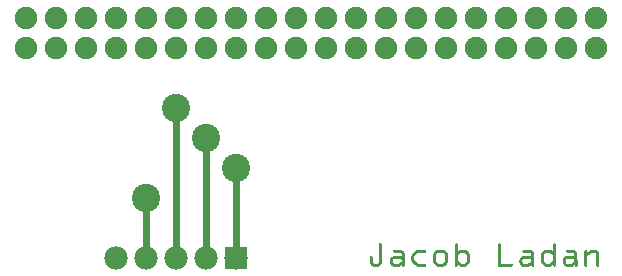
<source format=gtl>
G04 MADE WITH FRITZING*
G04 WWW.FRITZING.ORG*
G04 DOUBLE SIDED*
G04 HOLES PLATED*
G04 CONTOUR ON CENTER OF CONTOUR VECTOR*
%ASAXBY*%
%FSLAX23Y23*%
%MOIN*%
%OFA0B0*%
%SFA1.0B1.0*%
%ADD10C,0.094488*%
%ADD11C,0.078000*%
%ADD12C,0.075361*%
%ADD13R,0.078000X0.078000*%
%ADD14C,0.024000*%
%ADD15R,0.001000X0.001000*%
%LNCOPPER1*%
G90*
G70*
G54D10*
X890Y442D03*
X790Y542D03*
G54D11*
X890Y142D03*
X790Y142D03*
X690Y142D03*
X590Y142D03*
X490Y142D03*
G54D10*
X690Y642D03*
X590Y342D03*
G54D12*
X190Y842D03*
X290Y842D03*
X390Y842D03*
X490Y842D03*
X590Y842D03*
X690Y842D03*
X790Y842D03*
X890Y842D03*
X990Y842D03*
X1090Y842D03*
X1190Y842D03*
X1290Y842D03*
X1390Y842D03*
X1490Y842D03*
X1590Y842D03*
X1690Y842D03*
X1790Y842D03*
X1890Y842D03*
X1990Y842D03*
X2090Y842D03*
X2090Y942D03*
X1990Y942D03*
X1890Y942D03*
X1790Y942D03*
X1690Y942D03*
X1590Y942D03*
X1490Y942D03*
X1390Y942D03*
X1290Y942D03*
X1190Y942D03*
X1090Y942D03*
X990Y942D03*
X890Y942D03*
X790Y942D03*
X690Y942D03*
X590Y942D03*
X490Y942D03*
X390Y942D03*
X290Y942D03*
X190Y942D03*
G54D13*
X890Y142D03*
G54D14*
X590Y315D02*
X590Y172D01*
D02*
X690Y615D02*
X690Y172D01*
D02*
X790Y515D02*
X790Y172D01*
D02*
X890Y415D02*
X890Y172D01*
G54D15*
X1368Y189D02*
X1373Y189D01*
X1622Y189D02*
X1626Y189D01*
X1766Y189D02*
X1770Y189D01*
X1949Y189D02*
X1954Y189D01*
X1367Y188D02*
X1374Y188D01*
X1621Y188D02*
X1627Y188D01*
X1764Y188D02*
X1771Y188D01*
X1948Y188D02*
X1955Y188D01*
X1367Y187D02*
X1375Y187D01*
X1620Y187D02*
X1628Y187D01*
X1764Y187D02*
X1772Y187D01*
X1948Y187D02*
X1956Y187D01*
X1366Y186D02*
X1375Y186D01*
X1620Y186D02*
X1628Y186D01*
X1764Y186D02*
X1772Y186D01*
X1947Y186D02*
X1956Y186D01*
X1366Y185D02*
X1375Y185D01*
X1619Y185D02*
X1628Y185D01*
X1763Y185D02*
X1772Y185D01*
X1947Y185D02*
X1956Y185D01*
X1366Y184D02*
X1375Y184D01*
X1619Y184D02*
X1628Y184D01*
X1763Y184D02*
X1772Y184D01*
X1947Y184D02*
X1956Y184D01*
X1366Y183D02*
X1375Y183D01*
X1619Y183D02*
X1628Y183D01*
X1763Y183D02*
X1772Y183D01*
X1947Y183D02*
X1956Y183D01*
X1366Y182D02*
X1375Y182D01*
X1619Y182D02*
X1628Y182D01*
X1763Y182D02*
X1772Y182D01*
X1947Y182D02*
X1956Y182D01*
X1366Y181D02*
X1375Y181D01*
X1619Y181D02*
X1628Y181D01*
X1763Y181D02*
X1772Y181D01*
X1947Y181D02*
X1956Y181D01*
X1366Y180D02*
X1375Y180D01*
X1619Y180D02*
X1628Y180D01*
X1763Y180D02*
X1772Y180D01*
X1947Y180D02*
X1956Y180D01*
X1366Y179D02*
X1375Y179D01*
X1619Y179D02*
X1628Y179D01*
X1763Y179D02*
X1772Y179D01*
X1947Y179D02*
X1956Y179D01*
X1366Y178D02*
X1375Y178D01*
X1619Y178D02*
X1628Y178D01*
X1763Y178D02*
X1772Y178D01*
X1947Y178D02*
X1956Y178D01*
X1366Y177D02*
X1375Y177D01*
X1619Y177D02*
X1628Y177D01*
X1763Y177D02*
X1772Y177D01*
X1947Y177D02*
X1956Y177D01*
X1366Y176D02*
X1375Y176D01*
X1619Y176D02*
X1628Y176D01*
X1763Y176D02*
X1772Y176D01*
X1947Y176D02*
X1956Y176D01*
X1366Y175D02*
X1375Y175D01*
X1619Y175D02*
X1628Y175D01*
X1763Y175D02*
X1772Y175D01*
X1947Y175D02*
X1956Y175D01*
X1366Y174D02*
X1375Y174D01*
X1619Y174D02*
X1628Y174D01*
X1763Y174D02*
X1772Y174D01*
X1947Y174D02*
X1956Y174D01*
X1366Y173D02*
X1375Y173D01*
X1619Y173D02*
X1628Y173D01*
X1763Y173D02*
X1772Y173D01*
X1947Y173D02*
X1956Y173D01*
X1366Y172D02*
X1375Y172D01*
X1619Y172D02*
X1628Y172D01*
X1763Y172D02*
X1772Y172D01*
X1947Y172D02*
X1956Y172D01*
X1366Y171D02*
X1375Y171D01*
X1619Y171D02*
X1628Y171D01*
X1763Y171D02*
X1772Y171D01*
X1947Y171D02*
X1956Y171D01*
X1366Y170D02*
X1375Y170D01*
X1619Y170D02*
X1628Y170D01*
X1763Y170D02*
X1772Y170D01*
X1947Y170D02*
X1956Y170D01*
X1366Y169D02*
X1375Y169D01*
X1619Y169D02*
X1628Y169D01*
X1763Y169D02*
X1772Y169D01*
X1947Y169D02*
X1956Y169D01*
X1366Y168D02*
X1375Y168D01*
X1416Y168D02*
X1440Y168D01*
X1495Y168D02*
X1522Y168D01*
X1561Y168D02*
X1582Y168D01*
X1619Y168D02*
X1628Y168D01*
X1639Y168D02*
X1654Y168D01*
X1763Y168D02*
X1772Y168D01*
X1848Y168D02*
X1872Y168D01*
X1921Y168D02*
X1937Y168D01*
X1947Y168D02*
X1956Y168D01*
X1992Y168D02*
X2016Y168D01*
X2054Y168D02*
X2058Y168D01*
X2075Y168D02*
X2088Y168D01*
X1366Y167D02*
X1375Y167D01*
X1415Y167D02*
X1443Y167D01*
X1492Y167D02*
X1523Y167D01*
X1559Y167D02*
X1584Y167D01*
X1619Y167D02*
X1628Y167D01*
X1636Y167D02*
X1656Y167D01*
X1763Y167D02*
X1772Y167D01*
X1847Y167D02*
X1875Y167D01*
X1919Y167D02*
X1939Y167D01*
X1947Y167D02*
X1956Y167D01*
X1991Y167D02*
X2019Y167D01*
X2053Y167D02*
X2059Y167D01*
X2072Y167D02*
X2091Y167D01*
X1366Y166D02*
X1375Y166D01*
X1414Y166D02*
X1444Y166D01*
X1490Y166D02*
X1523Y166D01*
X1557Y166D02*
X1586Y166D01*
X1619Y166D02*
X1628Y166D01*
X1634Y166D02*
X1658Y166D01*
X1763Y166D02*
X1772Y166D01*
X1846Y166D02*
X1876Y166D01*
X1917Y166D02*
X1941Y166D01*
X1947Y166D02*
X1956Y166D01*
X1990Y166D02*
X2020Y166D01*
X2052Y166D02*
X2060Y166D01*
X2070Y166D02*
X2092Y166D01*
X1366Y165D02*
X1375Y165D01*
X1414Y165D02*
X1446Y165D01*
X1489Y165D02*
X1524Y165D01*
X1556Y165D02*
X1587Y165D01*
X1619Y165D02*
X1628Y165D01*
X1633Y165D02*
X1659Y165D01*
X1763Y165D02*
X1772Y165D01*
X1845Y165D02*
X1878Y165D01*
X1916Y165D02*
X1942Y165D01*
X1947Y165D02*
X1956Y165D01*
X1989Y165D02*
X2022Y165D01*
X2052Y165D02*
X2060Y165D01*
X2069Y165D02*
X2094Y165D01*
X1366Y164D02*
X1375Y164D01*
X1413Y164D02*
X1447Y164D01*
X1487Y164D02*
X1524Y164D01*
X1555Y164D02*
X1589Y164D01*
X1619Y164D02*
X1628Y164D01*
X1631Y164D02*
X1660Y164D01*
X1763Y164D02*
X1772Y164D01*
X1845Y164D02*
X1879Y164D01*
X1915Y164D02*
X1943Y164D01*
X1947Y164D02*
X1956Y164D01*
X1989Y164D02*
X2023Y164D01*
X2051Y164D02*
X2060Y164D01*
X2067Y164D02*
X2095Y164D01*
X1366Y163D02*
X1375Y163D01*
X1413Y163D02*
X1448Y163D01*
X1486Y163D02*
X1524Y163D01*
X1554Y163D02*
X1590Y163D01*
X1619Y163D02*
X1628Y163D01*
X1630Y163D02*
X1662Y163D01*
X1763Y163D02*
X1772Y163D01*
X1845Y163D02*
X1879Y163D01*
X1914Y163D02*
X1945Y163D01*
X1947Y163D02*
X1956Y163D01*
X1989Y163D02*
X2023Y163D01*
X2051Y163D02*
X2060Y163D01*
X2066Y163D02*
X2095Y163D01*
X1366Y162D02*
X1375Y162D01*
X1414Y162D02*
X1448Y162D01*
X1485Y162D02*
X1524Y162D01*
X1553Y162D02*
X1591Y162D01*
X1619Y162D02*
X1663Y162D01*
X1763Y162D02*
X1772Y162D01*
X1846Y162D02*
X1880Y162D01*
X1913Y162D02*
X1956Y162D01*
X1989Y162D02*
X2024Y162D01*
X2051Y162D02*
X2060Y162D01*
X2064Y162D02*
X2096Y162D01*
X1366Y161D02*
X1375Y161D01*
X1414Y161D02*
X1449Y161D01*
X1484Y161D02*
X1523Y161D01*
X1552Y161D02*
X1592Y161D01*
X1619Y161D02*
X1664Y161D01*
X1763Y161D02*
X1772Y161D01*
X1846Y161D02*
X1881Y161D01*
X1912Y161D02*
X1956Y161D01*
X1990Y161D02*
X2025Y161D01*
X2051Y161D02*
X2060Y161D01*
X2063Y161D02*
X2097Y161D01*
X1366Y160D02*
X1375Y160D01*
X1415Y160D02*
X1449Y160D01*
X1483Y160D02*
X1522Y160D01*
X1551Y160D02*
X1593Y160D01*
X1619Y160D02*
X1665Y160D01*
X1763Y160D02*
X1772Y160D01*
X1847Y160D02*
X1881Y160D01*
X1911Y160D02*
X1956Y160D01*
X1991Y160D02*
X2025Y160D01*
X2051Y160D02*
X2097Y160D01*
X1366Y159D02*
X1375Y159D01*
X1416Y159D02*
X1450Y159D01*
X1482Y159D02*
X1521Y159D01*
X1550Y159D02*
X1594Y159D01*
X1619Y159D02*
X1666Y159D01*
X1763Y159D02*
X1772Y159D01*
X1848Y159D02*
X1882Y159D01*
X1910Y159D02*
X1956Y159D01*
X1992Y159D02*
X2026Y159D01*
X2051Y159D02*
X2098Y159D01*
X1366Y158D02*
X1375Y158D01*
X1439Y158D02*
X1450Y158D01*
X1481Y158D02*
X1496Y158D01*
X1549Y158D02*
X1562Y158D01*
X1581Y158D02*
X1594Y158D01*
X1619Y158D02*
X1640Y158D01*
X1653Y158D02*
X1666Y158D01*
X1763Y158D02*
X1772Y158D01*
X1871Y158D02*
X1882Y158D01*
X1909Y158D02*
X1922Y158D01*
X1936Y158D02*
X1956Y158D01*
X2015Y158D02*
X2026Y158D01*
X2051Y158D02*
X2076Y158D01*
X2087Y158D02*
X2098Y158D01*
X1366Y157D02*
X1375Y157D01*
X1440Y157D02*
X1451Y157D01*
X1480Y157D02*
X1494Y157D01*
X1549Y157D02*
X1561Y157D01*
X1583Y157D02*
X1595Y157D01*
X1619Y157D02*
X1638Y157D01*
X1654Y157D02*
X1667Y157D01*
X1763Y157D02*
X1772Y157D01*
X1872Y157D02*
X1882Y157D01*
X1909Y157D02*
X1921Y157D01*
X1937Y157D02*
X1956Y157D01*
X2016Y157D02*
X2026Y157D01*
X2051Y157D02*
X2074Y157D01*
X2088Y157D02*
X2098Y157D01*
X1366Y156D02*
X1375Y156D01*
X1441Y156D02*
X1451Y156D01*
X1479Y156D02*
X1493Y156D01*
X1549Y156D02*
X1560Y156D01*
X1584Y156D02*
X1595Y156D01*
X1619Y156D02*
X1637Y156D01*
X1655Y156D02*
X1667Y156D01*
X1763Y156D02*
X1772Y156D01*
X1873Y156D02*
X1883Y156D01*
X1908Y156D02*
X1920Y156D01*
X1938Y156D02*
X1956Y156D01*
X2017Y156D02*
X2027Y156D01*
X2051Y156D02*
X2073Y156D01*
X2089Y156D02*
X2099Y156D01*
X1366Y155D02*
X1375Y155D01*
X1441Y155D02*
X1451Y155D01*
X1478Y155D02*
X1492Y155D01*
X1548Y155D02*
X1559Y155D01*
X1585Y155D02*
X1595Y155D01*
X1619Y155D02*
X1636Y155D01*
X1656Y155D02*
X1667Y155D01*
X1763Y155D02*
X1772Y155D01*
X1873Y155D02*
X1883Y155D01*
X1908Y155D02*
X1919Y155D01*
X1939Y155D02*
X1956Y155D01*
X2017Y155D02*
X2027Y155D01*
X2051Y155D02*
X2071Y155D01*
X2089Y155D02*
X2099Y155D01*
X1366Y154D02*
X1375Y154D01*
X1442Y154D02*
X1451Y154D01*
X1477Y154D02*
X1491Y154D01*
X1548Y154D02*
X1558Y154D01*
X1586Y154D02*
X1596Y154D01*
X1619Y154D02*
X1635Y154D01*
X1657Y154D02*
X1668Y154D01*
X1763Y154D02*
X1772Y154D01*
X1873Y154D02*
X1883Y154D01*
X1908Y154D02*
X1918Y154D01*
X1941Y154D02*
X1956Y154D01*
X2017Y154D02*
X2027Y154D01*
X2051Y154D02*
X2069Y154D01*
X2090Y154D02*
X2099Y154D01*
X1366Y153D02*
X1375Y153D01*
X1442Y153D02*
X1451Y153D01*
X1477Y153D02*
X1490Y153D01*
X1548Y153D02*
X1557Y153D01*
X1586Y153D02*
X1596Y153D01*
X1619Y153D02*
X1634Y153D01*
X1658Y153D02*
X1668Y153D01*
X1763Y153D02*
X1772Y153D01*
X1874Y153D02*
X1883Y153D01*
X1907Y153D02*
X1917Y153D01*
X1942Y153D02*
X1956Y153D01*
X2018Y153D02*
X2027Y153D01*
X2051Y153D02*
X2068Y153D01*
X2090Y153D02*
X2099Y153D01*
X1366Y152D02*
X1375Y152D01*
X1442Y152D02*
X1451Y152D01*
X1476Y152D02*
X1488Y152D01*
X1548Y152D02*
X1557Y152D01*
X1587Y152D02*
X1596Y152D01*
X1619Y152D02*
X1632Y152D01*
X1659Y152D02*
X1668Y152D01*
X1763Y152D02*
X1772Y152D01*
X1874Y152D02*
X1883Y152D01*
X1907Y152D02*
X1917Y152D01*
X1943Y152D02*
X1956Y152D01*
X2018Y152D02*
X2027Y152D01*
X2051Y152D02*
X2066Y152D01*
X2090Y152D02*
X2099Y152D01*
X1366Y151D02*
X1375Y151D01*
X1442Y151D02*
X1451Y151D01*
X1476Y151D02*
X1487Y151D01*
X1547Y151D02*
X1556Y151D01*
X1587Y151D02*
X1596Y151D01*
X1619Y151D02*
X1631Y151D01*
X1659Y151D02*
X1668Y151D01*
X1763Y151D02*
X1772Y151D01*
X1874Y151D02*
X1883Y151D01*
X1907Y151D02*
X1916Y151D01*
X1944Y151D02*
X1956Y151D01*
X2018Y151D02*
X2027Y151D01*
X2051Y151D02*
X2065Y151D01*
X2090Y151D02*
X2099Y151D01*
X1366Y150D02*
X1375Y150D01*
X1442Y150D02*
X1451Y150D01*
X1476Y150D02*
X1486Y150D01*
X1547Y150D02*
X1556Y150D01*
X1587Y150D02*
X1596Y150D01*
X1619Y150D02*
X1630Y150D01*
X1659Y150D02*
X1668Y150D01*
X1763Y150D02*
X1772Y150D01*
X1874Y150D02*
X1883Y150D01*
X1907Y150D02*
X1916Y150D01*
X1945Y150D02*
X1956Y150D01*
X2018Y150D02*
X2027Y150D01*
X2051Y150D02*
X2063Y150D01*
X2090Y150D02*
X2099Y150D01*
X1366Y149D02*
X1375Y149D01*
X1442Y149D02*
X1451Y149D01*
X1476Y149D02*
X1485Y149D01*
X1547Y149D02*
X1556Y149D01*
X1587Y149D02*
X1596Y149D01*
X1619Y149D02*
X1629Y149D01*
X1659Y149D02*
X1668Y149D01*
X1763Y149D02*
X1772Y149D01*
X1874Y149D02*
X1883Y149D01*
X1907Y149D02*
X1916Y149D01*
X1946Y149D02*
X1956Y149D01*
X2018Y149D02*
X2027Y149D01*
X2051Y149D02*
X2062Y149D01*
X2090Y149D02*
X2099Y149D01*
X1366Y148D02*
X1375Y148D01*
X1442Y148D02*
X1451Y148D01*
X1476Y148D02*
X1485Y148D01*
X1547Y148D02*
X1556Y148D01*
X1587Y148D02*
X1596Y148D01*
X1619Y148D02*
X1629Y148D01*
X1659Y148D02*
X1668Y148D01*
X1763Y148D02*
X1772Y148D01*
X1874Y148D02*
X1883Y148D01*
X1907Y148D02*
X1916Y148D01*
X1947Y148D02*
X1956Y148D01*
X2018Y148D02*
X2027Y148D01*
X2051Y148D02*
X2060Y148D01*
X2090Y148D02*
X2099Y148D01*
X1339Y147D02*
X1343Y147D01*
X1366Y147D02*
X1375Y147D01*
X1414Y147D02*
X1440Y147D01*
X1442Y147D02*
X1451Y147D01*
X1475Y147D02*
X1485Y147D01*
X1547Y147D02*
X1556Y147D01*
X1587Y147D02*
X1596Y147D01*
X1619Y147D02*
X1628Y147D01*
X1659Y147D02*
X1668Y147D01*
X1763Y147D02*
X1772Y147D01*
X1846Y147D02*
X1883Y147D01*
X1907Y147D02*
X1916Y147D01*
X1947Y147D02*
X1956Y147D01*
X1990Y147D02*
X2027Y147D01*
X2051Y147D02*
X2060Y147D01*
X2090Y147D02*
X2099Y147D01*
X1338Y146D02*
X1344Y146D01*
X1366Y146D02*
X1375Y146D01*
X1412Y146D02*
X1451Y146D01*
X1475Y146D02*
X1484Y146D01*
X1547Y146D02*
X1556Y146D01*
X1587Y146D02*
X1596Y146D01*
X1619Y146D02*
X1628Y146D01*
X1659Y146D02*
X1668Y146D01*
X1763Y146D02*
X1772Y146D01*
X1844Y146D02*
X1883Y146D01*
X1907Y146D02*
X1916Y146D01*
X1947Y146D02*
X1956Y146D01*
X1988Y146D02*
X2027Y146D01*
X2051Y146D02*
X2060Y146D01*
X2090Y146D02*
X2099Y146D01*
X1337Y145D02*
X1345Y145D01*
X1366Y145D02*
X1375Y145D01*
X1410Y145D02*
X1451Y145D01*
X1475Y145D02*
X1484Y145D01*
X1547Y145D02*
X1556Y145D01*
X1587Y145D02*
X1596Y145D01*
X1619Y145D02*
X1628Y145D01*
X1659Y145D02*
X1668Y145D01*
X1763Y145D02*
X1772Y145D01*
X1842Y145D02*
X1883Y145D01*
X1907Y145D02*
X1916Y145D01*
X1947Y145D02*
X1956Y145D01*
X1986Y145D02*
X2027Y145D01*
X2051Y145D02*
X2060Y145D01*
X2090Y145D02*
X2099Y145D01*
X1337Y144D02*
X1345Y144D01*
X1366Y144D02*
X1375Y144D01*
X1409Y144D02*
X1451Y144D01*
X1475Y144D02*
X1484Y144D01*
X1547Y144D02*
X1556Y144D01*
X1587Y144D02*
X1596Y144D01*
X1619Y144D02*
X1628Y144D01*
X1659Y144D02*
X1668Y144D01*
X1763Y144D02*
X1772Y144D01*
X1841Y144D02*
X1883Y144D01*
X1907Y144D02*
X1916Y144D01*
X1947Y144D02*
X1956Y144D01*
X1985Y144D02*
X2027Y144D01*
X2051Y144D02*
X2060Y144D01*
X2090Y144D02*
X2099Y144D01*
X1336Y143D02*
X1345Y143D01*
X1366Y143D02*
X1375Y143D01*
X1408Y143D02*
X1451Y143D01*
X1475Y143D02*
X1484Y143D01*
X1547Y143D02*
X1556Y143D01*
X1587Y143D02*
X1596Y143D01*
X1619Y143D02*
X1628Y143D01*
X1659Y143D02*
X1668Y143D01*
X1763Y143D02*
X1772Y143D01*
X1840Y143D02*
X1883Y143D01*
X1907Y143D02*
X1916Y143D01*
X1947Y143D02*
X1956Y143D01*
X1984Y143D02*
X2027Y143D01*
X2051Y143D02*
X2060Y143D01*
X2090Y143D02*
X2099Y143D01*
X1336Y142D02*
X1345Y142D01*
X1366Y142D02*
X1375Y142D01*
X1407Y142D02*
X1451Y142D01*
X1475Y142D02*
X1484Y142D01*
X1547Y142D02*
X1556Y142D01*
X1587Y142D02*
X1596Y142D01*
X1619Y142D02*
X1628Y142D01*
X1659Y142D02*
X1668Y142D01*
X1763Y142D02*
X1772Y142D01*
X1839Y142D02*
X1883Y142D01*
X1907Y142D02*
X1916Y142D01*
X1947Y142D02*
X1956Y142D01*
X1983Y142D02*
X2027Y142D01*
X2051Y142D02*
X2060Y142D01*
X2090Y142D02*
X2099Y142D01*
X1336Y141D02*
X1345Y141D01*
X1366Y141D02*
X1375Y141D01*
X1406Y141D02*
X1451Y141D01*
X1475Y141D02*
X1484Y141D01*
X1547Y141D02*
X1556Y141D01*
X1587Y141D02*
X1596Y141D01*
X1619Y141D02*
X1628Y141D01*
X1659Y141D02*
X1668Y141D01*
X1763Y141D02*
X1772Y141D01*
X1838Y141D02*
X1883Y141D01*
X1907Y141D02*
X1916Y141D01*
X1947Y141D02*
X1956Y141D01*
X1982Y141D02*
X2027Y141D01*
X2051Y141D02*
X2060Y141D01*
X2090Y141D02*
X2099Y141D01*
X1336Y140D02*
X1345Y140D01*
X1366Y140D02*
X1375Y140D01*
X1405Y140D02*
X1451Y140D01*
X1475Y140D02*
X1484Y140D01*
X1547Y140D02*
X1556Y140D01*
X1587Y140D02*
X1596Y140D01*
X1619Y140D02*
X1628Y140D01*
X1659Y140D02*
X1668Y140D01*
X1763Y140D02*
X1772Y140D01*
X1837Y140D02*
X1883Y140D01*
X1907Y140D02*
X1916Y140D01*
X1947Y140D02*
X1956Y140D01*
X1981Y140D02*
X2027Y140D01*
X2051Y140D02*
X2060Y140D01*
X2090Y140D02*
X2099Y140D01*
X1336Y139D02*
X1345Y139D01*
X1366Y139D02*
X1375Y139D01*
X1405Y139D02*
X1451Y139D01*
X1475Y139D02*
X1484Y139D01*
X1547Y139D02*
X1556Y139D01*
X1587Y139D02*
X1596Y139D01*
X1619Y139D02*
X1628Y139D01*
X1659Y139D02*
X1668Y139D01*
X1763Y139D02*
X1772Y139D01*
X1837Y139D02*
X1883Y139D01*
X1907Y139D02*
X1916Y139D01*
X1947Y139D02*
X1956Y139D01*
X1981Y139D02*
X2027Y139D01*
X2051Y139D02*
X2060Y139D01*
X2090Y139D02*
X2099Y139D01*
X1336Y138D02*
X1345Y138D01*
X1366Y138D02*
X1375Y138D01*
X1404Y138D02*
X1451Y138D01*
X1475Y138D02*
X1484Y138D01*
X1547Y138D02*
X1556Y138D01*
X1587Y138D02*
X1596Y138D01*
X1619Y138D02*
X1628Y138D01*
X1659Y138D02*
X1668Y138D01*
X1763Y138D02*
X1772Y138D01*
X1836Y138D02*
X1883Y138D01*
X1907Y138D02*
X1916Y138D01*
X1947Y138D02*
X1956Y138D01*
X1980Y138D02*
X2027Y138D01*
X2051Y138D02*
X2060Y138D01*
X2090Y138D02*
X2099Y138D01*
X1336Y137D02*
X1345Y137D01*
X1366Y137D02*
X1375Y137D01*
X1404Y137D02*
X1415Y137D01*
X1439Y137D02*
X1451Y137D01*
X1475Y137D02*
X1484Y137D01*
X1547Y137D02*
X1556Y137D01*
X1587Y137D02*
X1596Y137D01*
X1619Y137D02*
X1628Y137D01*
X1659Y137D02*
X1668Y137D01*
X1763Y137D02*
X1772Y137D01*
X1836Y137D02*
X1847Y137D01*
X1871Y137D02*
X1883Y137D01*
X1907Y137D02*
X1916Y137D01*
X1947Y137D02*
X1956Y137D01*
X1980Y137D02*
X1991Y137D01*
X2015Y137D02*
X2027Y137D01*
X2051Y137D02*
X2060Y137D01*
X2090Y137D02*
X2099Y137D01*
X1336Y136D02*
X1345Y136D01*
X1366Y136D02*
X1375Y136D01*
X1404Y136D02*
X1414Y136D01*
X1441Y136D02*
X1452Y136D01*
X1475Y136D02*
X1484Y136D01*
X1547Y136D02*
X1556Y136D01*
X1587Y136D02*
X1596Y136D01*
X1619Y136D02*
X1628Y136D01*
X1659Y136D02*
X1668Y136D01*
X1763Y136D02*
X1772Y136D01*
X1836Y136D02*
X1846Y136D01*
X1873Y136D02*
X1883Y136D01*
X1907Y136D02*
X1916Y136D01*
X1947Y136D02*
X1956Y136D01*
X1980Y136D02*
X1990Y136D01*
X2017Y136D02*
X2027Y136D01*
X2051Y136D02*
X2060Y136D01*
X2090Y136D02*
X2099Y136D01*
X1336Y135D02*
X1345Y135D01*
X1366Y135D02*
X1375Y135D01*
X1404Y135D02*
X1413Y135D01*
X1442Y135D02*
X1452Y135D01*
X1475Y135D02*
X1484Y135D01*
X1547Y135D02*
X1556Y135D01*
X1587Y135D02*
X1596Y135D01*
X1619Y135D02*
X1628Y135D01*
X1659Y135D02*
X1668Y135D01*
X1763Y135D02*
X1772Y135D01*
X1836Y135D02*
X1845Y135D01*
X1874Y135D02*
X1883Y135D01*
X1907Y135D02*
X1916Y135D01*
X1947Y135D02*
X1956Y135D01*
X1979Y135D02*
X1989Y135D01*
X2018Y135D02*
X2027Y135D01*
X2051Y135D02*
X2060Y135D01*
X2090Y135D02*
X2099Y135D01*
X1336Y134D02*
X1345Y134D01*
X1366Y134D02*
X1375Y134D01*
X1404Y134D02*
X1413Y134D01*
X1442Y134D02*
X1452Y134D01*
X1475Y134D02*
X1485Y134D01*
X1547Y134D02*
X1556Y134D01*
X1587Y134D02*
X1596Y134D01*
X1619Y134D02*
X1628Y134D01*
X1659Y134D02*
X1668Y134D01*
X1763Y134D02*
X1772Y134D01*
X1835Y134D02*
X1845Y134D01*
X1874Y134D02*
X1883Y134D01*
X1907Y134D02*
X1916Y134D01*
X1947Y134D02*
X1956Y134D01*
X1979Y134D02*
X1989Y134D01*
X2018Y134D02*
X2027Y134D01*
X2051Y134D02*
X2060Y134D01*
X2090Y134D02*
X2099Y134D01*
X1336Y133D02*
X1345Y133D01*
X1366Y133D02*
X1375Y133D01*
X1403Y133D02*
X1413Y133D01*
X1442Y133D02*
X1452Y133D01*
X1475Y133D02*
X1485Y133D01*
X1547Y133D02*
X1556Y133D01*
X1587Y133D02*
X1596Y133D01*
X1619Y133D02*
X1629Y133D01*
X1659Y133D02*
X1668Y133D01*
X1763Y133D02*
X1772Y133D01*
X1835Y133D02*
X1844Y133D01*
X1874Y133D02*
X1884Y133D01*
X1907Y133D02*
X1916Y133D01*
X1947Y133D02*
X1956Y133D01*
X1979Y133D02*
X1988Y133D01*
X2018Y133D02*
X2028Y133D01*
X2051Y133D02*
X2060Y133D01*
X2090Y133D02*
X2099Y133D01*
X1336Y132D02*
X1345Y132D01*
X1366Y132D02*
X1375Y132D01*
X1403Y132D02*
X1412Y132D01*
X1442Y132D02*
X1452Y132D01*
X1476Y132D02*
X1485Y132D01*
X1547Y132D02*
X1556Y132D01*
X1587Y132D02*
X1596Y132D01*
X1619Y132D02*
X1629Y132D01*
X1659Y132D02*
X1668Y132D01*
X1763Y132D02*
X1772Y132D01*
X1835Y132D02*
X1844Y132D01*
X1874Y132D02*
X1884Y132D01*
X1907Y132D02*
X1916Y132D01*
X1946Y132D02*
X1956Y132D01*
X1979Y132D02*
X1988Y132D01*
X2018Y132D02*
X2028Y132D01*
X2051Y132D02*
X2060Y132D01*
X2090Y132D02*
X2099Y132D01*
X1336Y131D02*
X1345Y131D01*
X1366Y131D02*
X1375Y131D01*
X1403Y131D02*
X1412Y131D01*
X1442Y131D02*
X1452Y131D01*
X1476Y131D02*
X1486Y131D01*
X1547Y131D02*
X1556Y131D01*
X1587Y131D02*
X1596Y131D01*
X1619Y131D02*
X1630Y131D01*
X1659Y131D02*
X1668Y131D01*
X1763Y131D02*
X1772Y131D01*
X1835Y131D02*
X1844Y131D01*
X1874Y131D02*
X1884Y131D01*
X1907Y131D02*
X1916Y131D01*
X1945Y131D02*
X1956Y131D01*
X1979Y131D02*
X1988Y131D01*
X2018Y131D02*
X2028Y131D01*
X2051Y131D02*
X2060Y131D01*
X2090Y131D02*
X2100Y131D01*
X1336Y130D02*
X1345Y130D01*
X1366Y130D02*
X1375Y130D01*
X1403Y130D02*
X1412Y130D01*
X1442Y130D02*
X1452Y130D01*
X1476Y130D02*
X1487Y130D01*
X1547Y130D02*
X1556Y130D01*
X1587Y130D02*
X1596Y130D01*
X1619Y130D02*
X1631Y130D01*
X1659Y130D02*
X1668Y130D01*
X1763Y130D02*
X1772Y130D01*
X1835Y130D02*
X1844Y130D01*
X1874Y130D02*
X1884Y130D01*
X1907Y130D02*
X1916Y130D01*
X1944Y130D02*
X1956Y130D01*
X1979Y130D02*
X1988Y130D01*
X2018Y130D02*
X2028Y130D01*
X2051Y130D02*
X2060Y130D01*
X2090Y130D02*
X2100Y130D01*
X1336Y129D02*
X1345Y129D01*
X1366Y129D02*
X1375Y129D01*
X1403Y129D02*
X1412Y129D01*
X1442Y129D02*
X1452Y129D01*
X1476Y129D02*
X1488Y129D01*
X1547Y129D02*
X1557Y129D01*
X1587Y129D02*
X1596Y129D01*
X1619Y129D02*
X1632Y129D01*
X1659Y129D02*
X1668Y129D01*
X1763Y129D02*
X1772Y129D01*
X1835Y129D02*
X1844Y129D01*
X1874Y129D02*
X1884Y129D01*
X1907Y129D02*
X1917Y129D01*
X1943Y129D02*
X1956Y129D01*
X1979Y129D02*
X1988Y129D01*
X2018Y129D02*
X2028Y129D01*
X2051Y129D02*
X2060Y129D01*
X2091Y129D02*
X2100Y129D01*
X1336Y128D02*
X1345Y128D01*
X1366Y128D02*
X1375Y128D01*
X1403Y128D02*
X1412Y128D01*
X1442Y128D02*
X1452Y128D01*
X1477Y128D02*
X1489Y128D01*
X1548Y128D02*
X1557Y128D01*
X1587Y128D02*
X1596Y128D01*
X1619Y128D02*
X1633Y128D01*
X1659Y128D02*
X1668Y128D01*
X1763Y128D02*
X1772Y128D01*
X1835Y128D02*
X1844Y128D01*
X1874Y128D02*
X1884Y128D01*
X1907Y128D02*
X1917Y128D01*
X1942Y128D02*
X1956Y128D01*
X1979Y128D02*
X1988Y128D01*
X2018Y128D02*
X2028Y128D01*
X2051Y128D02*
X2060Y128D01*
X2091Y128D02*
X2100Y128D01*
X1336Y127D02*
X1345Y127D01*
X1366Y127D02*
X1375Y127D01*
X1403Y127D02*
X1413Y127D01*
X1440Y127D02*
X1452Y127D01*
X1477Y127D02*
X1490Y127D01*
X1548Y127D02*
X1558Y127D01*
X1586Y127D02*
X1596Y127D01*
X1619Y127D02*
X1634Y127D01*
X1658Y127D02*
X1668Y127D01*
X1763Y127D02*
X1772Y127D01*
X1835Y127D02*
X1844Y127D01*
X1872Y127D02*
X1884Y127D01*
X1908Y127D02*
X1918Y127D01*
X1941Y127D02*
X1956Y127D01*
X1979Y127D02*
X1988Y127D01*
X2016Y127D02*
X2028Y127D01*
X2051Y127D02*
X2060Y127D01*
X2091Y127D02*
X2100Y127D01*
X1336Y126D02*
X1346Y126D01*
X1366Y126D02*
X1375Y126D01*
X1403Y126D02*
X1413Y126D01*
X1438Y126D02*
X1452Y126D01*
X1478Y126D02*
X1492Y126D01*
X1548Y126D02*
X1558Y126D01*
X1585Y126D02*
X1596Y126D01*
X1619Y126D02*
X1636Y126D01*
X1657Y126D02*
X1668Y126D01*
X1763Y126D02*
X1772Y126D01*
X1835Y126D02*
X1845Y126D01*
X1870Y126D02*
X1884Y126D01*
X1908Y126D02*
X1918Y126D01*
X1940Y126D02*
X1956Y126D01*
X1979Y126D02*
X1989Y126D01*
X2014Y126D02*
X2028Y126D01*
X2051Y126D02*
X2060Y126D01*
X2091Y126D02*
X2100Y126D01*
X1336Y125D02*
X1346Y125D01*
X1366Y125D02*
X1375Y125D01*
X1404Y125D02*
X1413Y125D01*
X1437Y125D02*
X1452Y125D01*
X1479Y125D02*
X1493Y125D01*
X1548Y125D02*
X1560Y125D01*
X1584Y125D02*
X1595Y125D01*
X1619Y125D02*
X1637Y125D01*
X1656Y125D02*
X1667Y125D01*
X1763Y125D02*
X1772Y125D01*
X1835Y125D02*
X1845Y125D01*
X1869Y125D02*
X1884Y125D01*
X1908Y125D02*
X1919Y125D01*
X1939Y125D02*
X1956Y125D01*
X1979Y125D02*
X1989Y125D01*
X2013Y125D02*
X2028Y125D01*
X2051Y125D02*
X2060Y125D01*
X2091Y125D02*
X2100Y125D01*
X1337Y124D02*
X1347Y124D01*
X1365Y124D02*
X1375Y124D01*
X1404Y124D02*
X1414Y124D01*
X1435Y124D02*
X1452Y124D01*
X1480Y124D02*
X1494Y124D01*
X1549Y124D02*
X1561Y124D01*
X1583Y124D02*
X1595Y124D01*
X1619Y124D02*
X1638Y124D01*
X1655Y124D02*
X1667Y124D01*
X1763Y124D02*
X1772Y124D01*
X1836Y124D02*
X1845Y124D01*
X1867Y124D02*
X1884Y124D01*
X1908Y124D02*
X1921Y124D01*
X1937Y124D02*
X1956Y124D01*
X1980Y124D02*
X1989Y124D01*
X2011Y124D02*
X2028Y124D01*
X2051Y124D02*
X2060Y124D01*
X2091Y124D02*
X2100Y124D01*
X1337Y123D02*
X1348Y123D01*
X1364Y123D02*
X1375Y123D01*
X1404Y123D02*
X1415Y123D01*
X1433Y123D02*
X1452Y123D01*
X1481Y123D02*
X1495Y123D01*
X1549Y123D02*
X1562Y123D01*
X1581Y123D02*
X1594Y123D01*
X1619Y123D02*
X1639Y123D01*
X1653Y123D02*
X1666Y123D01*
X1763Y123D02*
X1772Y123D01*
X1836Y123D02*
X1847Y123D01*
X1865Y123D02*
X1884Y123D01*
X1909Y123D02*
X1922Y123D01*
X1936Y123D02*
X1956Y123D01*
X1980Y123D02*
X1990Y123D01*
X2009Y123D02*
X2028Y123D01*
X2051Y123D02*
X2060Y123D01*
X2091Y123D02*
X2100Y123D01*
X1337Y122D02*
X1374Y122D01*
X1404Y122D02*
X1452Y122D01*
X1482Y122D02*
X1519Y122D01*
X1550Y122D02*
X1594Y122D01*
X1619Y122D02*
X1666Y122D01*
X1763Y122D02*
X1807Y122D01*
X1836Y122D02*
X1884Y122D01*
X1910Y122D02*
X1956Y122D01*
X1980Y122D02*
X2028Y122D01*
X2051Y122D02*
X2060Y122D01*
X2091Y122D02*
X2100Y122D01*
X1338Y121D02*
X1374Y121D01*
X1405Y121D02*
X1452Y121D01*
X1483Y121D02*
X1522Y121D01*
X1550Y121D02*
X1593Y121D01*
X1619Y121D02*
X1665Y121D01*
X1763Y121D02*
X1810Y121D01*
X1837Y121D02*
X1884Y121D01*
X1910Y121D02*
X1956Y121D01*
X1980Y121D02*
X2028Y121D01*
X2051Y121D02*
X2060Y121D01*
X2091Y121D02*
X2100Y121D01*
X1338Y120D02*
X1373Y120D01*
X1405Y120D02*
X1452Y120D01*
X1484Y120D02*
X1523Y120D01*
X1551Y120D02*
X1592Y120D01*
X1619Y120D02*
X1664Y120D01*
X1763Y120D02*
X1811Y120D01*
X1837Y120D02*
X1884Y120D01*
X1911Y120D02*
X1956Y120D01*
X1981Y120D02*
X2028Y120D01*
X2051Y120D02*
X2060Y120D01*
X2091Y120D02*
X2100Y120D01*
X1339Y119D02*
X1373Y119D01*
X1406Y119D02*
X1452Y119D01*
X1485Y119D02*
X1524Y119D01*
X1552Y119D02*
X1591Y119D01*
X1619Y119D02*
X1663Y119D01*
X1763Y119D02*
X1812Y119D01*
X1838Y119D02*
X1884Y119D01*
X1912Y119D02*
X1956Y119D01*
X1982Y119D02*
X2028Y119D01*
X2051Y119D02*
X2060Y119D01*
X2091Y119D02*
X2100Y119D01*
X1339Y118D02*
X1372Y118D01*
X1406Y118D02*
X1452Y118D01*
X1486Y118D02*
X1524Y118D01*
X1553Y118D02*
X1590Y118D01*
X1619Y118D02*
X1662Y118D01*
X1763Y118D02*
X1812Y118D01*
X1838Y118D02*
X1884Y118D01*
X1913Y118D02*
X1945Y118D01*
X1947Y118D02*
X1956Y118D01*
X1982Y118D02*
X2028Y118D01*
X2051Y118D02*
X2060Y118D01*
X2091Y118D02*
X2100Y118D01*
X1340Y117D02*
X1371Y117D01*
X1407Y117D02*
X1452Y117D01*
X1487Y117D02*
X1524Y117D01*
X1554Y117D02*
X1589Y117D01*
X1619Y117D02*
X1628Y117D01*
X1631Y117D02*
X1661Y117D01*
X1763Y117D02*
X1812Y117D01*
X1839Y117D02*
X1884Y117D01*
X1914Y117D02*
X1944Y117D01*
X1947Y117D02*
X1956Y117D01*
X1983Y117D02*
X2028Y117D01*
X2051Y117D02*
X2060Y117D01*
X2091Y117D02*
X2100Y117D01*
X1341Y116D02*
X1370Y116D01*
X1408Y116D02*
X1440Y116D01*
X1443Y116D02*
X1452Y116D01*
X1489Y116D02*
X1524Y116D01*
X1556Y116D02*
X1588Y116D01*
X1620Y116D02*
X1628Y116D01*
X1632Y116D02*
X1660Y116D01*
X1763Y116D02*
X1812Y116D01*
X1840Y116D02*
X1872Y116D01*
X1875Y116D02*
X1884Y116D01*
X1916Y116D02*
X1943Y116D01*
X1947Y116D02*
X1956Y116D01*
X1984Y116D02*
X2016Y116D01*
X2019Y116D02*
X2028Y116D01*
X2051Y116D02*
X2060Y116D01*
X2091Y116D02*
X2100Y116D01*
X1342Y115D02*
X1369Y115D01*
X1409Y115D02*
X1439Y115D01*
X1444Y115D02*
X1452Y115D01*
X1490Y115D02*
X1524Y115D01*
X1557Y115D02*
X1586Y115D01*
X1620Y115D02*
X1628Y115D01*
X1634Y115D02*
X1658Y115D01*
X1763Y115D02*
X1812Y115D01*
X1841Y115D02*
X1871Y115D01*
X1875Y115D02*
X1884Y115D01*
X1917Y115D02*
X1942Y115D01*
X1947Y115D02*
X1956Y115D01*
X1985Y115D02*
X2015Y115D01*
X2019Y115D02*
X2028Y115D01*
X2052Y115D02*
X2060Y115D01*
X2091Y115D02*
X2099Y115D01*
X1344Y114D02*
X1367Y114D01*
X1411Y114D02*
X1437Y114D01*
X1444Y114D02*
X1451Y114D01*
X1491Y114D02*
X1523Y114D01*
X1559Y114D02*
X1585Y114D01*
X1620Y114D02*
X1627Y114D01*
X1635Y114D02*
X1657Y114D01*
X1763Y114D02*
X1811Y114D01*
X1843Y114D02*
X1869Y114D01*
X1876Y114D02*
X1883Y114D01*
X1918Y114D02*
X1940Y114D01*
X1948Y114D02*
X1955Y114D01*
X1987Y114D02*
X2013Y114D01*
X2020Y114D02*
X2027Y114D01*
X2052Y114D02*
X2059Y114D01*
X2092Y114D02*
X2099Y114D01*
X1346Y113D02*
X1365Y113D01*
X1413Y113D02*
X1435Y113D01*
X1445Y113D02*
X1450Y113D01*
X1493Y113D02*
X1522Y113D01*
X1561Y113D02*
X1583Y113D01*
X1621Y113D02*
X1626Y113D01*
X1638Y113D02*
X1655Y113D01*
X1763Y113D02*
X1810Y113D01*
X1845Y113D02*
X1867Y113D01*
X1877Y113D02*
X1882Y113D01*
X1920Y113D02*
X1938Y113D01*
X1949Y113D02*
X1954Y113D01*
X1989Y113D02*
X2011Y113D01*
X2021Y113D02*
X2026Y113D01*
X2053Y113D02*
X2058Y113D01*
X2093Y113D02*
X2098Y113D01*
X1351Y112D02*
X1360Y112D01*
X1418Y112D02*
X1432Y112D01*
X1499Y112D02*
X1519Y112D01*
X1566Y112D02*
X1578Y112D01*
X1643Y112D02*
X1650Y112D01*
X1764Y112D02*
X1807Y112D01*
X1850Y112D02*
X1864Y112D01*
X1925Y112D02*
X1933Y112D01*
X1994Y112D02*
X2008Y112D01*
D02*
G04 End of Copper1*
M02*
</source>
